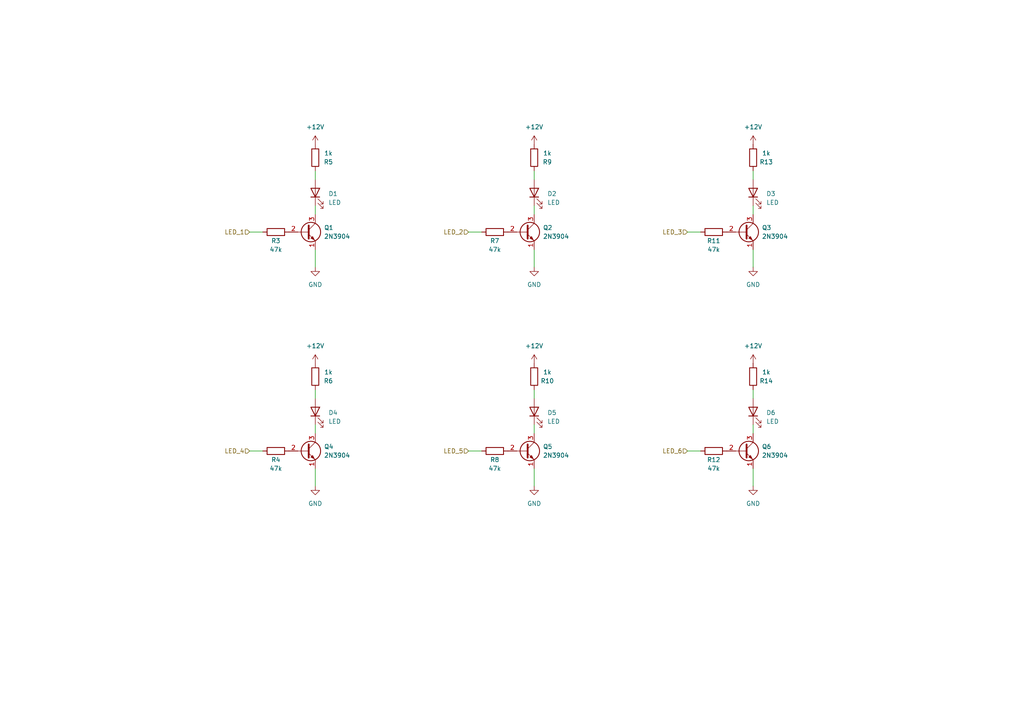
<source format=kicad_sch>
(kicad_sch (version 20250114) (generator "eeschema") (generator_version "9.0")
  (paper "A4")
  (lib_symbols
    (symbol "Device:LED" (pin_numbers (hide yes)) (pin_names (offset 1.016) (hide yes))
      (property "Reference" "D" (at 0 2.54 0))
      (property "Value" "LED" (at 0 -2.54 0))
      (symbol "LED_0_1"
        (polyline (pts (xy -3.048 -0.762) (xy -4.572 -2.286) (xy -3.81 -2.286) (xy -4.572 -2.286) (xy -4.572 -1.524)))
        (polyline (pts (xy -1.778 -0.762) (xy -3.302 -2.286) (xy -2.54 -2.286) (xy -3.302 -2.286) (xy -3.302 -1.524)))
        (polyline (pts (xy -1.27 0) (xy 1.27 0)))
        (polyline (pts (xy -1.27 -1.27) (xy -1.27 1.27)) (stroke (width 0.254)))
        (polyline (pts (xy 1.27 -1.27) (xy 1.27 1.27) (xy -1.27 0) (xy 1.27 -1.27)) (stroke (width 0.254)))
      )
      (symbol "LED_1_1"
        (pin passive line (at -3.81 0 0) (length 2.54) (name "K") (number "1"))
        (pin passive line (at 3.81 0 180) (length 2.54) (name "A") (number "2"))
      )
    )
    (symbol "Device:R" (pin_numbers (hide yes)) (pin_names (offset 0))
      (property "Reference" "R" (at 2.032 0 90))
      (property "Value" "R" (at 0 0 90))
      (symbol "R_0_1"
        (rectangle (start -1.016 -2.54) (end 1.016 2.54) (stroke (width 0.254)))
      )
      (symbol "R_1_1"
        (pin passive line (at 0 3.81 270) (length 1.27) (name "~") (number "1"))
        (pin passive line (at 0 -3.81 90) (length 1.27) (name "~") (number "2"))
      )
    )
    (symbol "Transistor_BJT:2N3904" (pin_names (offset 0) (hide yes))
      (property "Reference" "Q" (at 5.08 1.905 0))
      (property "Value" "2N3904" (at 5.08 0 0))
      (symbol "2N3904_0_1"
        (polyline (pts (xy -2.54 0) (xy 0.635 0)))
        (polyline (pts (xy 0.635 1.905) (xy 0.635 -1.905)) (stroke (width 0.508)))
        (circle (center 1.27 0) (radius 2.8194) (stroke (width 0.254)))
      )
      (symbol "2N3904_1_1"
        (polyline (pts (xy 0.635 0.635) (xy 2.54 2.54)))
        (polyline (pts (xy 0.635 -0.635) (xy 2.54 -2.54)))
        (polyline (pts (xy 1.27 -1.778) (xy 1.778 -1.27) (xy 2.286 -2.286) (xy 1.27 -1.778)) (fill (type outline)))
        (pin input line (at -5.08 0 0) (length 2.54) (name "B") (number "2"))
        (pin passive line (at 2.54 5.08 270) (length 2.54) (name "C") (number "3"))
        (pin passive line (at 2.54 -5.08 90) (length 2.54) (name "E") (number "1"))
      )
    )
    (symbol "power:+12V" (power) (pin_numbers (hide yes)) (pin_names (offset 0) (hide yes))
      (property "Value" "+12V" (at 0 3.556 0))
      (symbol "+12V_0_1"
        (polyline (pts (xy -0.762 1.27) (xy 0 2.54)))
        (polyline (pts (xy 0 2.54) (xy 0.762 1.27)))
        (polyline (pts (xy 0 0) (xy 0 2.54)))
      )
      (symbol "+12V_1_1"
        (pin power_in line (at 0 0 90) (length 0) (name "~") (number "1"))
      )
    )
    (symbol "power:GND" (power) (pin_numbers (hide yes)) (pin_names (offset 0) (hide yes))
      (property "Value" "GND" (at 0 -3.81 0))
      (symbol "GND_0_1"
        (polyline (pts (xy 0 0) (xy 0 -1.27) (xy 1.27 -1.27) (xy 0 -2.54) (xy -1.27 -1.27) (xy 0 -1.27)))
      )
      (symbol "GND_1_1"
        (pin power_in line (at 0 0 270) (length 0) (name "~") (number "1"))
      )
    )
  )
  (wire (pts (xy 91.44 113.03) (xy 91.44 115.57)))
  (wire (pts (xy 218.44 77.47) (xy 218.44 72.39)))
  (wire (pts (xy 154.94 59.69) (xy 154.94 62.23)))
  (wire (pts (xy 218.44 49.53) (xy 218.44 52.07)))
  (wire (pts (xy 218.44 140.97) (xy 218.44 135.89)))
  (wire (pts (xy 91.44 59.69) (xy 91.44 62.23)))
  (wire (pts (xy 135.89 67.31) (xy 139.7 67.31)))
  (wire (pts (xy 91.44 49.53) (xy 91.44 52.07)))
  (wire (pts (xy 199.39 130.81) (xy 203.2 130.81)))
  (wire (pts (xy 199.39 67.31) (xy 203.2 67.31)))
  (wire (pts (xy 91.44 123.19) (xy 91.44 125.73)))
  (wire (pts (xy 91.44 140.97) (xy 91.44 135.89)))
  (wire (pts (xy 72.39 67.31) (xy 76.2 67.31)))
  (wire (pts (xy 135.89 130.81) (xy 139.7 130.81)))
  (wire (pts (xy 218.44 123.19) (xy 218.44 125.73)))
  (wire (pts (xy 218.44 59.69) (xy 218.44 62.23)))
  (wire (pts (xy 91.44 77.47) (xy 91.44 72.39)))
  (wire (pts (xy 154.94 140.97) (xy 154.94 135.89)))
  (wire (pts (xy 154.94 123.19) (xy 154.94 125.73)))
  (wire (pts (xy 154.94 77.47) (xy 154.94 72.39)))
  (wire (pts (xy 154.94 49.53) (xy 154.94 52.07)))
  (wire (pts (xy 154.94 113.03) (xy 154.94 115.57)))
  (wire (pts (xy 72.39 130.81) (xy 76.2 130.81)))
  (wire (pts (xy 218.44 113.03) (xy 218.44 115.57)))
  (hierarchical_label "LED_5" (shape input) (at 135.89 130.81 180))
  (hierarchical_label "LED_6" (shape input) (at 199.39 130.81 180))
  (hierarchical_label "LED_4" (shape input) (at 72.39 130.81 180))
  (hierarchical_label "LED_1" (shape input) (at 72.39 67.31 180))
  (hierarchical_label "LED_2" (shape input) (at 135.89 67.31 180))
  (hierarchical_label "LED_3" (shape input) (at 199.39 67.31 180))
  (symbol (lib_id "Device:R") (at 207.01 130.81 90) (unit 1)
    (property "Reference" "R12" (at 207.01 133.35 90))
    (property "Value" "47k" (at 207.01 135.89 90))
    (property "Footprint" "Shmoergh_Custom_Footprints:R_Axial_DIN0207_L6.3mm_D2.5mm_P7.62mm_Horizontal" (effects (hide yes)))
    (property "LCSC" "C25803" (effects (hide yes)))
    (property "Vendor" "JLCPCB" (effects (hide yes)))
  )
  (symbol (lib_id "Device:LED") (at 218.44 55.88 90) (unit 1)
    (property "Reference" "D3" (at 222.25 56.1974 90) (effects (justify right)))
    (property "Value" "LED" (at 222.25 58.7374 90) (effects (justify right)))
    (property "Footprint" "LED_THT:LED_D3.0mm" (effects (hide yes)))
    (property "Description" "Light emitting diode" (effects (hide yes)))
    (property "Sim.Pins" "1=K 2=A" (effects (hide yes)))
  )
  (symbol (lib_id "Device:LED") (at 91.44 119.38 90) (unit 1)
    (property "Reference" "D4" (at 95.25 119.6974 90) (effects (justify right)))
    (property "Value" "LED" (at 95.25 122.2374 90) (effects (justify right)))
    (property "Footprint" "LED_THT:LED_D3.0mm" (effects (hide yes)))
    (property "Description" "Light emitting diode" (effects (hide yes)))
    (property "Sim.Pins" "1=K 2=A" (effects (hide yes)))
  )
  (symbol (lib_id "Transistor_BJT:2N3904") (at 152.4 130.81 0) (unit 1)
    (property "Reference" "Q5" (at 157.48 129.5399 0) (effects (justify left)))
    (property "Value" "2N3904" (at 157.48 132.0799 0) (effects (justify left)))
    (property "Footprint" "Package_TO_SOT_THT:TO-92_Inline_Wide" (effects (hide yes)))
    (property "Datasheet" "https://www.onsemi.com/pub/Collateral/2N3903-D.PDF" (effects (hide yes)))
    (property "Description" "0.2A Ic, 40V Vce, Small Signal NPN Transistor, TO-92" (effects (hide yes)))
  )
  (symbol (lib_id "Transistor_BJT:2N3904") (at 88.9 130.81 0) (unit 1)
    (property "Reference" "Q4" (at 93.98 129.5399 0) (effects (justify left)))
    (property "Value" "2N3904" (at 93.98 132.0799 0) (effects (justify left)))
    (property "Footprint" "Package_TO_SOT_THT:TO-92_Inline_Wide" (effects (hide yes)))
    (property "Datasheet" "https://www.onsemi.com/pub/Collateral/2N3903-D.PDF" (effects (hide yes)))
    (property "Description" "0.2A Ic, 40V Vce, Small Signal NPN Transistor, TO-92" (effects (hide yes)))
  )
  (symbol (lib_id "power:GND") (at 91.44 77.47 0) (unit 1)
    (property "Reference" "#PWR025" (effects (hide yes)))
    (property "Value" "GND" (at 91.44 82.55 0))
    (property "Description" "Power symbol creates a global label with name \"GND\" , ground" (effects (hide yes)))
  )
  (symbol (lib_id "power:GND") (at 218.44 140.97 0) (unit 1)
    (property "Reference" "#PWR035" (effects (hide yes)))
    (property "Value" "GND" (at 218.44 146.05 0))
    (property "Description" "Power symbol creates a global label with name \"GND\" , ground" (effects (hide yes)))
  )
  (symbol (lib_id "Device:LED") (at 218.44 119.38 90) (unit 1)
    (property "Reference" "D6" (at 222.25 119.6974 90) (effects (justify right)))
    (property "Value" "LED" (at 222.25 122.2374 90) (effects (justify right)))
    (property "Footprint" "LED_THT:LED_D3.0mm" (effects (hide yes)))
    (property "Description" "Light emitting diode" (effects (hide yes)))
    (property "Sim.Pins" "1=K 2=A" (effects (hide yes)))
  )
  (symbol (lib_id "power:GND") (at 154.94 140.97 0) (unit 1)
    (property "Reference" "#PWR031" (effects (hide yes)))
    (property "Value" "GND" (at 154.94 146.05 0))
    (property "Description" "Power symbol creates a global label with name \"GND\" , ground" (effects (hide yes)))
  )
  (symbol (lib_id "Transistor_BJT:2N3904") (at 215.9 130.81 0) (unit 1)
    (property "Reference" "Q6" (at 220.98 129.5399 0) (effects (justify left)))
    (property "Value" "2N3904" (at 220.98 132.0799 0) (effects (justify left)))
    (property "Footprint" "Package_TO_SOT_THT:TO-92_Inline_Wide" (effects (hide yes)))
    (property "Datasheet" "https://www.onsemi.com/pub/Collateral/2N3903-D.PDF" (effects (hide yes)))
    (property "Description" "0.2A Ic, 40V Vce, Small Signal NPN Transistor, TO-92" (effects (hide yes)))
  )
  (symbol (lib_id "power:GND") (at 91.44 140.97 0) (unit 1)
    (property "Reference" "#PWR027" (effects (hide yes)))
    (property "Value" "GND" (at 91.44 146.05 0))
    (property "Description" "Power symbol creates a global label with name \"GND\" , ground" (effects (hide yes)))
  )
  (symbol (lib_id "Transistor_BJT:2N3904") (at 88.9 67.31 0) (unit 1)
    (property "Reference" "Q1" (at 93.98 66.0399 0) (effects (justify left)))
    (property "Value" "2N3904" (at 93.98 68.5799 0) (effects (justify left)))
    (property "Footprint" "Package_TO_SOT_THT:TO-92_Inline_Wide" (effects (hide yes)))
    (property "Datasheet" "https://www.onsemi.com/pub/Collateral/2N3903-D.PDF" (effects (hide yes)))
    (property "Description" "0.2A Ic, 40V Vce, Small Signal NPN Transistor, TO-92" (effects (hide yes)))
  )
  (symbol (lib_id "Device:R") (at 80.01 130.81 90) (unit 1)
    (property "Reference" "R4" (at 80.01 133.35 90))
    (property "Value" "47k" (at 80.01 135.89 90))
    (property "Footprint" "Shmoergh_Custom_Footprints:R_Axial_DIN0207_L6.3mm_D2.5mm_P7.62mm_Horizontal" (effects (hide yes)))
    (property "LCSC" "C25803" (effects (hide yes)))
    (property "Vendor" "JLCPCB" (effects (hide yes)))
  )
  (symbol (lib_id "Device:LED") (at 154.94 119.38 90) (unit 1)
    (property "Reference" "D5" (at 158.75 119.6974 90) (effects (justify right)))
    (property "Value" "LED" (at 158.75 122.2374 90) (effects (justify right)))
    (property "Footprint" "LED_THT:LED_D3.0mm" (effects (hide yes)))
    (property "Description" "Light emitting diode" (effects (hide yes)))
    (property "Sim.Pins" "1=K 2=A" (effects (hide yes)))
  )
  (symbol (lib_id "power:+12V") (at 218.44 105.41 0) (unit 1)
    (property "Reference" "#PWR034" (effects (hide yes)))
    (property "Value" "+12V" (at 218.44 100.33 0))
    (property "Description" "Power symbol creates a global label with name \"+12V\"" (effects (hide yes)))
  )
  (symbol (lib_id "power:GND") (at 218.44 77.47 0) (unit 1)
    (property "Reference" "#PWR033" (effects (hide yes)))
    (property "Value" "GND" (at 218.44 82.55 0))
    (property "Description" "Power symbol creates a global label with name \"GND\" , ground" (effects (hide yes)))
  )
  (symbol (lib_id "power:+12V") (at 154.94 105.41 0) (unit 1)
    (property "Reference" "#PWR030" (effects (hide yes)))
    (property "Value" "+12V" (at 154.94 100.33 0))
    (property "Description" "Power symbol creates a global label with name \"+12V\"" (effects (hide yes)))
  )
  (symbol (lib_id "Device:R") (at 143.51 67.31 90) (unit 1)
    (property "Reference" "R7" (at 143.51 69.85 90))
    (property "Value" "47k" (at 143.51 72.39 90))
    (property "Footprint" "Shmoergh_Custom_Footprints:R_Axial_DIN0207_L6.3mm_D2.5mm_P7.62mm_Horizontal" (effects (hide yes)))
    (property "LCSC" "C25803" (effects (hide yes)))
    (property "Vendor" "JLCPCB" (effects (hide yes)))
  )
  (symbol (lib_id "Transistor_BJT:2N3904") (at 152.4 67.31 0) (unit 1)
    (property "Reference" "Q2" (at 157.48 66.0399 0) (effects (justify left)))
    (property "Value" "2N3904" (at 157.48 68.5799 0) (effects (justify left)))
    (property "Footprint" "Package_TO_SOT_THT:TO-92_Inline_Wide" (effects (hide yes)))
    (property "Datasheet" "https://www.onsemi.com/pub/Collateral/2N3903-D.PDF" (effects (hide yes)))
    (property "Description" "0.2A Ic, 40V Vce, Small Signal NPN Transistor, TO-92" (effects (hide yes)))
  )
  (symbol (lib_id "Device:R") (at 154.94 45.72 180) (unit 1)
    (property "Reference" "R9" (at 158.75 46.99 0))
    (property "Value" "1k" (at 158.75 44.45 0))
    (property "Footprint" "Shmoergh_Custom_Footprints:R_Axial_DIN0207_L6.3mm_D2.5mm_P7.62mm_Horizontal" (effects (hide yes)))
    (property "Vendor" "JLCPCB" (effects (hide yes)))
  )
  (symbol (lib_id "power:+12V") (at 91.44 41.91 0) (unit 1)
    (property "Reference" "#PWR024" (effects (hide yes)))
    (property "Value" "+12V" (at 91.44 36.83 0))
    (property "Description" "Power symbol creates a global label with name \"+12V\"" (effects (hide yes)))
  )
  (symbol (lib_id "Device:LED") (at 91.44 55.88 90) (unit 1)
    (property "Reference" "D1" (at 95.25 56.1974 90) (effects (justify right)))
    (property "Value" "LED" (at 95.25 58.7374 90) (effects (justify right)))
    (property "Footprint" "LED_THT:LED_D3.0mm" (effects (hide yes)))
    (property "Description" "Light emitting diode" (effects (hide yes)))
    (property "Sim.Pins" "1=K 2=A" (effects (hide yes)))
  )
  (symbol (lib_id "Device:LED") (at 154.94 55.88 90) (unit 1)
    (property "Reference" "D2" (at 158.75 56.1974 90) (effects (justify right)))
    (property "Value" "LED" (at 158.75 58.7374 90) (effects (justify right)))
    (property "Footprint" "LED_THT:LED_D3.0mm" (effects (hide yes)))
    (property "Description" "Light emitting diode" (effects (hide yes)))
    (property "Sim.Pins" "1=K 2=A" (effects (hide yes)))
  )
  (symbol (lib_id "Device:R") (at 143.51 130.81 90) (unit 1)
    (property "Reference" "R8" (at 143.51 133.35 90))
    (property "Value" "47k" (at 143.51 135.89 90))
    (property "Footprint" "Shmoergh_Custom_Footprints:R_Axial_DIN0207_L6.3mm_D2.5mm_P7.62mm_Horizontal" (effects (hide yes)))
    (property "LCSC" "C25803" (effects (hide yes)))
    (property "Vendor" "JLCPCB" (effects (hide yes)))
  )
  (symbol (lib_id "power:+12V") (at 218.44 41.91 0) (unit 1)
    (property "Reference" "#PWR032" (effects (hide yes)))
    (property "Value" "+12V" (at 218.44 36.83 0))
    (property "Description" "Power symbol creates a global label with name \"+12V\"" (effects (hide yes)))
  )
  (symbol (lib_id "Device:R") (at 154.94 109.22 180) (unit 1)
    (property "Reference" "R10" (at 158.75 110.49 0))
    (property "Value" "1k" (at 158.75 107.95 0))
    (property "Footprint" "Shmoergh_Custom_Footprints:R_Axial_DIN0207_L6.3mm_D2.5mm_P7.62mm_Horizontal" (effects (hide yes)))
    (property "Vendor" "JLCPCB" (effects (hide yes)))
  )
  (symbol (lib_id "power:GND") (at 154.94 77.47 0) (unit 1)
    (property "Reference" "#PWR029" (effects (hide yes)))
    (property "Value" "GND" (at 154.94 82.55 0))
    (property "Description" "Power symbol creates a global label with name \"GND\" , ground" (effects (hide yes)))
  )
  (symbol (lib_id "Device:R") (at 218.44 45.72 180) (unit 1)
    (property "Reference" "R13" (at 222.25 46.99 0))
    (property "Value" "1k" (at 222.25 44.45 0))
    (property "Footprint" "Shmoergh_Custom_Footprints:R_Axial_DIN0207_L6.3mm_D2.5mm_P7.62mm_Horizontal" (effects (hide yes)))
    (property "Vendor" "JLCPCB" (effects (hide yes)))
  )
  (symbol (lib_id "Device:R") (at 207.01 67.31 90) (unit 1)
    (property "Reference" "R11" (at 207.01 69.85 90))
    (property "Value" "47k" (at 207.01 72.39 90))
    (property "Footprint" "Shmoergh_Custom_Footprints:R_Axial_DIN0207_L6.3mm_D2.5mm_P7.62mm_Horizontal" (effects (hide yes)))
    (property "LCSC" "C25803" (effects (hide yes)))
    (property "Vendor" "JLCPCB" (effects (hide yes)))
  )
  (symbol (lib_id "Device:R") (at 91.44 45.72 180) (unit 1)
    (property "Reference" "R5" (at 95.25 46.99 0))
    (property "Value" "1k" (at 95.25 44.45 0))
    (property "Footprint" "Shmoergh_Custom_Footprints:R_Axial_DIN0207_L6.3mm_D2.5mm_P7.62mm_Horizontal" (effects (hide yes)))
    (property "Vendor" "JLCPCB" (effects (hide yes)))
  )
  (symbol (lib_id "Device:R") (at 91.44 109.22 180) (unit 1)
    (property "Reference" "R6" (at 95.25 110.49 0))
    (property "Value" "1k" (at 95.25 107.95 0))
    (property "Footprint" "Shmoergh_Custom_Footprints:R_Axial_DIN0207_L6.3mm_D2.5mm_P7.62mm_Horizontal" (effects (hide yes)))
    (property "Vendor" "JLCPCB" (effects (hide yes)))
  )
  (symbol (lib_id "Device:R") (at 218.44 109.22 180) (unit 1)
    (property "Reference" "R14" (at 222.25 110.49 0))
    (property "Value" "1k" (at 222.25 107.95 0))
    (property "Footprint" "Shmoergh_Custom_Footprints:R_Axial_DIN0207_L6.3mm_D2.5mm_P7.62mm_Horizontal" (effects (hide yes)))
    (property "Vendor" "JLCPCB" (effects (hide yes)))
  )
  (symbol (lib_id "Device:R") (at 80.01 67.31 90) (unit 1)
    (property "Reference" "R3" (at 80.01 69.85 90))
    (property "Value" "47k" (at 80.01 72.39 90))
    (property "Footprint" "Shmoergh_Custom_Footprints:R_Axial_DIN0207_L6.3mm_D2.5mm_P7.62mm_Horizontal" (effects (hide yes)))
    (property "LCSC" "C25803" (effects (hide yes)))
    (property "Vendor" "JLCPCB" (effects (hide yes)))
  )
  (symbol (lib_id "power:+12V") (at 91.44 105.41 0) (unit 1)
    (property "Reference" "#PWR026" (effects (hide yes)))
    (property "Value" "+12V" (at 91.44 100.33 0))
    (property "Description" "Power symbol creates a global label with name \"+12V\"" (effects (hide yes)))
  )
  (symbol (lib_id "Transistor_BJT:2N3904") (at 215.9 67.31 0) (unit 1)
    (property "Reference" "Q3" (at 220.98 66.0399 0) (effects (justify left)))
    (property "Value" "2N3904" (at 220.98 68.5799 0) (effects (justify left)))
    (property "Footprint" "Package_TO_SOT_THT:TO-92_Inline_Wide" (effects (hide yes)))
    (property "Datasheet" "https://www.onsemi.com/pub/Collateral/2N3903-D.PDF" (effects (hide yes)))
    (property "Description" "0.2A Ic, 40V Vce, Small Signal NPN Transistor, TO-92" (effects (hide yes)))
  )
  (symbol (lib_id "power:+12V") (at 154.94 41.91 0) (unit 1)
    (property "Reference" "#PWR028" (effects (hide yes)))
    (property "Value" "+12V" (at 154.94 36.83 0))
    (property "Description" "Power symbol creates a global label with name \"+12V\"" (effects (hide yes)))
  )
)
</source>
